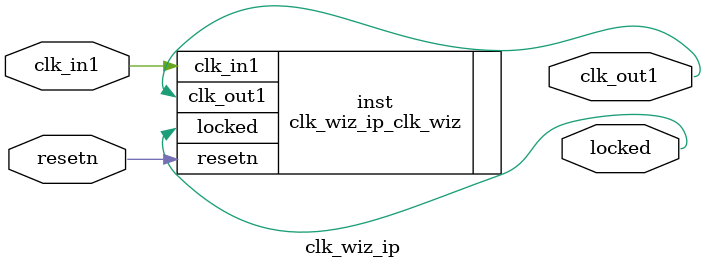
<source format=v>


`timescale 1ps/1ps

(* CORE_GENERATION_INFO = "clk_wiz_ip,clk_wiz_v6_0_1_0_0,{component_name=clk_wiz_ip,use_phase_alignment=true,use_min_o_jitter=false,use_max_i_jitter=false,use_dyn_phase_shift=false,use_inclk_switchover=false,use_dyn_reconfig=false,enable_axi=0,feedback_source=FDBK_AUTO,PRIMITIVE=MMCM,num_out_clk=1,clkin1_period=5.000,clkin2_period=10.0,use_power_down=false,use_reset=true,use_locked=true,use_inclk_stopped=false,feedback_type=SINGLE,CLOCK_MGR_TYPE=NA,manual_override=false}" *)

module clk_wiz_ip 
 (
  // Clock out ports
  output        clk_out1,
  // Status and control signals
  input         resetn,
  output        locked,
 // Clock in ports
  input         clk_in1
 );

  clk_wiz_ip_clk_wiz inst
  (
  // Clock out ports  
  .clk_out1(clk_out1),
  // Status and control signals               
  .resetn(resetn), 
  .locked(locked),
 // Clock in ports
  .clk_in1(clk_in1)
  );

endmodule

</source>
